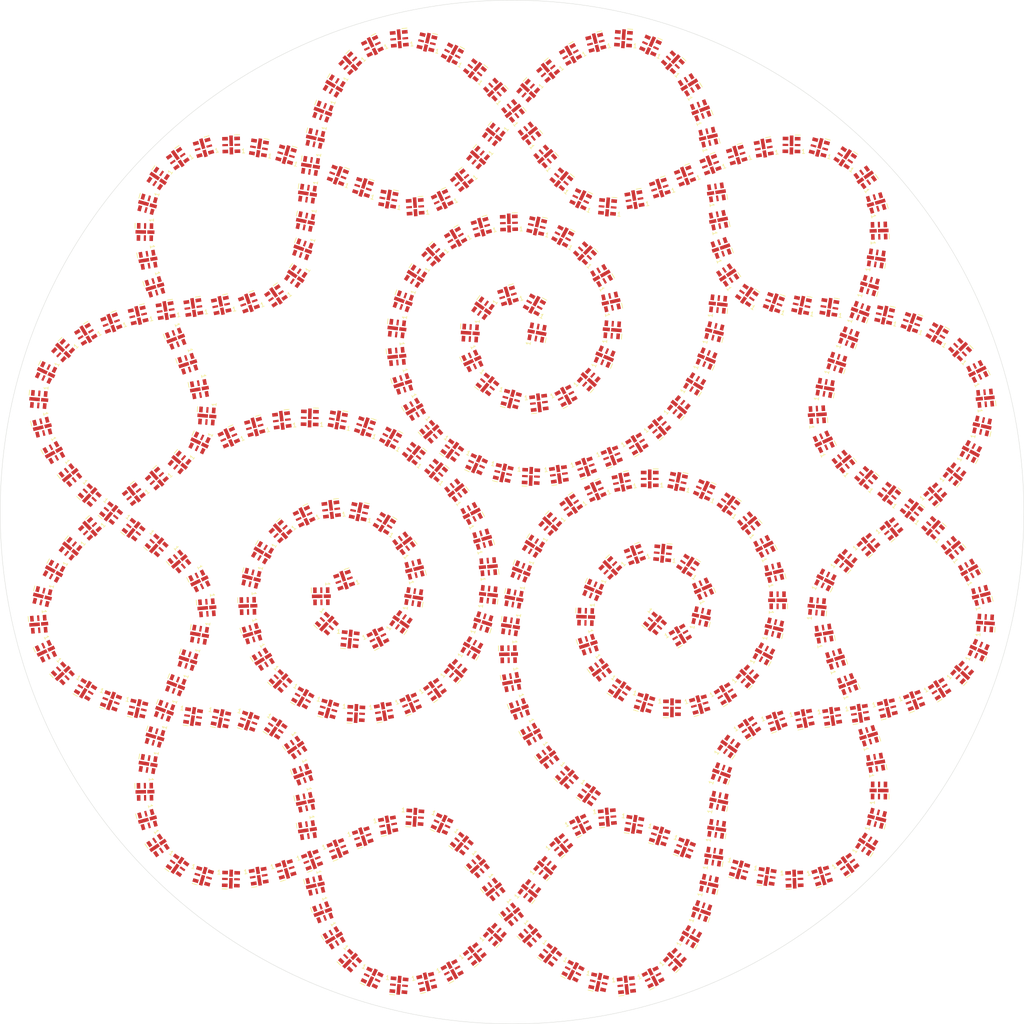
<source format=kicad_pcb>
(kicad_pcb (version 20211014) (generator pcbnew)
  (layers (0 "F.Cu" signal) (31 "B.Cu" signal) (34 "B.Paste" user) (35 "F.Paste" user) (36 "B.SilkS" user "B.Silkscreen") (37 "F.SilkS" user "F.Silkscreen") (38 "B.Mask" user) (39 "F.Mask" user) (44 "Edge.Cuts" user))
  (net 0 "")
  (footprint "LED-APA102-2020" (layer "F.Cu") (at 149.897519 146.741483 56.68370528)
    (fp_text reference "D127" hide)
    (fp_text value "LED-APA102-2020")
  )
  (footprint "LED-APA102-2020" (layer "F.Cu") (at 151.160966 135.272505 100.1377144)
    (fp_text reference "D130" hide)
    (fp_text value "LED-APA102-2020")
  )
  (footprint "LED-APA102-2020" (layer "F.Cu") (at 150.16683 131.475084 107.0963137)
    (fp_text reference "D131" hide)
    (fp_text value "LED-APA102-2020")
  )
  (footprint "LED-APA102-2020" (layer "F.Cu") (at 143.892029 117.096904 99.54579773)
    (fp_text reference "D135" hide)
    (fp_text value "LED-APA102-2020")
  )
  (footprint "LED-APA102-2020" (layer "F.Cu") (at 142.909089 113.297765 84.39009369)
    (fp_text reference "D136" hide)
    (fp_text value "LED-APA102-2020")
  )
  (footprint "LED-APA102-2020" (layer "F.Cu") (at 86.374678 57.065745 -175.9876091)
    (fp_text reference "D177" hide)
    (fp_text value "LED-APA102-2020")
  )
  (footprint "LED-APA102-2020" (layer "F.Cu") (at 82.602946 55.98601 169.562346)
    (fp_text reference "D178" hide)
    (fp_text value "LED-APA102-2020")
  )
  (footprint "LED-APA102-2020" (layer "F.Cu") (at 79.037063 54.345671 161.9144349)
    (fp_text reference "D179" hide)
    (fp_text value "LED-APA102-2020")
  )
  (footprint "LED-APA102-2020" (layer "F.Cu") (at 113.408307 142.915856 5.064800994)
    (fp_text reference "D237" hide)
    (fp_text value "LED-APA102-2020")
  )
  (footprint "LED-APA102-2020" (layer "F.Cu") (at 117.197483 143.932452 -9.849331847)
    (fp_text reference "D238" hide)
    (fp_text value "LED-APA102-2020")
  )
  (footprint "LED-APA102-2020" (layer "F.Cu") (at 120.768117 145.559884 -17.79631917)
    (fp_text reference "D239" hide)
    (fp_text value "LED-APA102-2020")
  )
  (footprint "LED-APA102-2020" (layer "F.Cu") (at 144.078793 109.552722 63.3405267)
    (fp_text reference "D137" hide)
    (fp_text value "LED-APA102-2020")
  )
  (footprint "LED-APA102-2020" (layer "F.Cu") (at 146.929774 106.853424 49.18163086)
    (fp_text reference "D138" hide)
    (fp_text value "LED-APA102-2020")
  )
  (footprint "LED-APA102-2020" (layer "F.Cu") (at 150.136095 104.593623 41.73331025)
    (fp_text reference "D139" hide)
    (fp_text value "LED-APA102-2020")
  )
  (footprint "LED-APA102-2020" (layer "F.Cu") (at 153.376855 102.379954 38.81792127)
    (fp_text reference "D140" hide)
    (fp_text value "LED-APA102-2020")
  )
  (footprint "LED-APA102-2020" (layer "F.Cu") (at 159.528495 97.508139 43.55682319)
    (fp_text reference "D142" hide)
    (fp_text value "LED-APA102-2020")
  )
  (footprint "LED-APA102-2020" (layer "F.Cu") (at 162.247984 94.679333 50.92111756)
    (fp_text reference "D143" hide)
    (fp_text value "LED-APA102-2020")
  )
  (footprint "LED-APA102-2020" (layer "F.Cu") (at 164.538348 91.487894 61.91141206)
    (fp_text reference "D144" hide)
    (fp_text value "LED-APA102-2020")
  )
  (footprint "LED-APA102-2020" (layer "F.Cu") (at 166.120998 87.893749 76.90141913)
    (fp_text reference "D145" hide)
    (fp_text value "LED-APA102-2020")
  )
  (footprint "LED-APA102-2020" (layer "F.Cu") (at 166.559043 83.994783 95.7430634)
    (fp_text reference "D146" hide)
    (fp_text value "LED-APA102-2020")
  )
  (footprint "LED-APA102-2020" (layer "F.Cu") (at 66.761029 130.382216 -34.15952749)
    (fp_text reference "D216" hide)
    (fp_text value "LED-APA102-2020")
  )
  (footprint "LED-APA102-2020" (layer "F.Cu") (at 69.564919 133.125739 -55.23771436)
    (fp_text reference "D217" hide)
    (fp_text value "LED-APA102-2020")
  )
  (footprint "LED-APA102-2020" (layer "F.Cu") (at 70.560812 136.922088 -70.02337541)
    (fp_text reference "D218" hide)
    (fp_text value "LED-APA102-2020")
  )
  (footprint "LED-APA102-2020" (layer "F.Cu") (at 70.932657 140.829241 -77.88291828)
    (fp_text reference "D219" hide)
    (fp_text value "LED-APA102-2020")
  )
  (footprint "LED-APA102-2020" (layer "F.Cu") (at 71.225424 144.746244 -81.09720143)
    (fp_text reference "D220" hide)
    (fp_text value "LED-APA102-2020")
  )
  (footprint "LED-APA102-2020" (layer "F.Cu") (at 72.329881 152.515479 -76.85387381)
    (fp_text reference "D222" hide)
    (fp_text value "LED-APA102-2020")
  )
  (footprint "LED-APA102-2020" (layer "F.Cu") (at 73.38791 156.297038 -69.73731955)
    (fp_text reference "D223" hide)
    (fp_text value "LED-APA102-2020")
  )
  (footprint "LED-APA102-2020" (layer "F.Cu") (at 100 156.6 -50.42028597)
    (fp_text reference "D1" hide)
    (fp_text value "LED-APA102-2020")
  )
  (footprint "LED-APA102-2020" (layer "F.Cu") (at 127.621194 47.266444 103.4602138)
    (fp_text reference "D162" hide)
    (fp_text value "LED-APA102-2020")
  )
  (footprint "LED-APA102-2020" (layer "F.Cu") (at 126.538033 43.49249 110.7709738)
    (fp_text reference "D163" hide)
    (fp_text value "LED-APA102-2020")
  )
  (footprint "LED-APA102-2020" (layer "F.Cu") (at 102.547496 159.588234 -46.32459532)
    (fp_text reference "D2" hide)
    (fp_text value "LED-APA102-2020")
  )
  (footprint "LED-APA102-2020" (layer "F.Cu") (at 105.386189 162.303289 -38.8791741)
    (fp_text reference "D3" hide)
    (fp_text value "LED-APA102-2020")
  )
  (footprint "LED-APA102-2020" (layer "F.Cu") (at 108.581084 164.578747 -27.82498451)
    (fp_text reference "D4" hide)
    (fp_text value "LED-APA102-2020")
  )
  (footprint "LED-APA102-2020" (layer "F.Cu") (at 112.181805 166.1426 -12.75774755)
    (fp_text reference "D5" hide)
    (fp_text value "LED-APA102-2020")
  )
  (footprint "LED-APA102-2020" (layer "F.Cu") (at 116.083007 166.552873 6.144221755)
    (fp_text reference "D6" hide)
    (fp_text value "LED-APA102-2020")
  )
  (footprint "LED-APA102-2020" (layer "F.Cu") (at 119.841777 165.428071 26.68370528)
    (fp_text reference "D7" hide)
    (fp_text value "LED-APA102-2020")
  )
  (footprint "LED-APA102-2020" (layer "F.Cu") (at 122.89901 162.96751 45.12373429)
    (fp_text reference "D8" hide)
    (fp_text value "LED-APA102-2020")
  )
  (footprint "LED-APA102-2020" (layer "F.Cu") (at 125.123872 159.736684 59.60323572)
    (fp_text reference "D9" hide)
    (fp_text value "LED-APA102-2020")
  )
  (footprint "LED-APA102-2020" (layer "F.Cu") (at 126.670444 156.127369 70.1377144)
    (fp_text reference "D10" hide)
    (fp_text value "LED-APA102-2020")
  )
  (footprint "LED-APA102-2020" (layer "F.Cu") (at 127.708207 152.341637 77.09631367)
    (fp_text reference "D11" hide)
    (fp_text value "LED-APA102-2020")
  )
  (footprint "LED-APA102-2020" (layer "F.Cu") (at 128.375339 148.47405 80.73116933)
    (fp_text reference "D12" hide)
    (fp_text value "LED-APA102-2020")
  )
  (footprint "LED-APA102-2020" (layer "F.Cu") (at 128.789333 144.571437 81.03636294)
    (fp_text reference "D13" hide)
    (fp_text value "LED-APA102-2020")
  )
  (footprint "LED-APA102-2020" (layer "F.Cu") (at 129.079716 140.659334 77.64880535)
    (fp_text reference "D14" hide)
    (fp_text value "LED-APA102-2020")
  )
  (footprint "LED-APA102-2020" (layer "F.Cu") (at 129.46316 136.752368 69.54579773)
    (fp_text reference "D15" hide)
    (fp_text value "LED-APA102-2020")
  )
  (footprint "LED-APA102-2020" (layer "F.Cu") (at 130.511478 132.970747 54.39009369)
    (fp_text reference "D16" hide)
    (fp_text value "LED-APA102-2020")
  )
  (footprint "LED-APA102-2020" (layer "F.Cu") (at 133.396993 130.312297 33.3405267)
    (fp_text reference "D17" hide)
    (fp_text value "LED-APA102-2020")
  )
  (footprint "LED-APA102-2020" (layer "F.Cu") (at 137.215664 129.400126 19.18163086)
    (fp_text reference "D18" hide)
    (fp_text value "LED-APA102-2020")
  )
  (footprint "LED-APA102-2020" (layer "F.Cu") (at 141.12232 129.046242 11.73331025)
    (fp_text reference "D19" hide)
    (fp_text value "LED-APA102-2020")
  )
  (footprint "LED-APA102-2020" (layer "F.Cu") (at 145.035735 128.749528 8.817921274)
    (fp_text reference "D20" hide)
    (fp_text value "LED-APA102-2020")
  )
  (footprint "LED-APA102-2020" (layer "F.Cu") (at 148.936354 128.311526 9.5294331)
    (fp_text reference "D21" hide)
    (fp_text value "LED-APA102-2020")
  )
  (footprint "LED-APA102-2020" (layer "F.Cu") (at 152.799119 127.606232 13.55682319)
    (fp_text reference "D22" hide)
    (fp_text value "LED-APA102-2020")
  )
  (footprint "LED-APA102-2020" (layer "F.Cu") (at 156.568669 126.51616 20.92111756)
    (fp_text reference "D23" hide)
    (fp_text value "LED-APA102-2020")
  )
  (footprint "LED-APA102-2020" (layer "F.Cu") (at 160.147902 124.897474 31.91141206)
    (fp_text reference "D24" hide)
    (fp_text value "LED-APA102-2020")
  )
  (footprint "LED-APA102-2020" (layer "F.Cu") (at 163.315589 122.576179 46.90141913)
    (fp_text reference "D25" hide)
    (fp_text value "LED-APA102-2020")
  )
  (footprint "LED-APA102-2020" (layer "F.Cu") (at 165.64443 119.418597 65.7430634)
    (fp_text reference "D26" hide)
    (fp_text value "LED-APA102-2020")
  )
  (footprint "LED-APA102-2020" (layer "F.Cu") (at 166.580832 115.609037 86.28493646)
    (fp_text reference "D27" hide)
    (fp_text value "LED-APA102-2020")
  )
  (footprint "LED-APA102-2020" (layer "F.Cu") (at 166.00554 111.728259 104.7886263)
    (fp_text reference "D28" hide)
    (fp_text value "LED-APA102-2020")
  )
  (footprint "LED-APA102-2020" (layer "F.Cu") (at 164.334455 108.173537 119.367593)
    (fp_text reference "D29" hide)
    (fp_text value "LED-APA102-2020")
  )
  (footprint "LED-APA102-2020" (layer "F.Cu") (at 161.990493 105.02085 129.9773009)
    (fp_text reference "D30" hide)
    (fp_text value "LED-APA102-2020")
  )
  (footprint "LED-APA102-2020" (layer "F.Cu") (at 159.238456 102.224977 136.9955591)
    (fp_text reference "D31" hide)
    (fp_text value "LED-APA102-2020")
  )
  (footprint "LED-APA102-2020" (layer "F.Cu") (at 156.226083 99.708542 140.6929017)
    (fp_text reference "D32" hide)
    (fp_text value "LED-APA102-2020")
  )
  (footprint "LED-APA102-2020" (layer "F.Cu") (at 153.052602 97.393692 141.0617054)
    (fp_text reference "D33" hide)
    (fp_text value "LED-APA102-2020")
  )
  (footprint "LED-APA102-2020" (layer "F.Cu") (at 149.809503 95.185025 137.7455753)
    (fp_text reference "D34" hide)
    (fp_text value "LED-APA102-2020")
  )
  (footprint "LED-APA102-2020" (layer "F.Cu") (at 146.617279 92.905268 129.7500806)
    (fp_text reference "D35" hide)
    (fp_text value "LED-APA102-2020")
  )
  (footprint "LED-APA102-2020" (layer "F.Cu") (at 143.849313 90.122553 114.7496249)
    (fp_text reference "D36" hide)
    (fp_text value "LED-APA102-2020")
  )
  (footprint "LED-APA102-2020" (layer "F.Cu") (at 142.941632 86.304247 93.67593582)
    (fp_text reference "D37" hide)
    (fp_text value "LED-APA102-2020")
  )
  (footprint "LED-APA102-2020" (layer "F.Cu") (at 144.040407 82.539157 79.3781844)
    (fp_text reference "D38" hide)
    (fp_text value "LED-APA102-2020")
  )
  (footprint "LED-APA102-2020" (layer "F.Cu") (at 145.685092 78.973678 71.82326087)
    (fp_text reference "D39" hide)
    (fp_text value "LED-APA102-2020")
  )
  (footprint "LED-APA102-2020" (layer "F.Cu") (at 147.385659 75.437082 68.83685806)
    (fp_text reference "D40" hide)
    (fp_text value "LED-APA102-2020")
  )
  (footprint "LED-APA102-2020" (layer "F.Cu") (at 148.961605 71.837867 69.48910511)
    (fp_text reference "D41" hide)
    (fp_text value "LED-APA102-2020")
  )
  (footprint "LED-APA102-2020" (layer "F.Cu") (at 150.287433 68.141998 73.46021377)
    (fp_text reference "D42" hide)
    (fp_text value "LED-APA102-2020")
  )
  (footprint "LED-APA102-2020" (layer "F.Cu") (at 151.236365 64.332077 80.77097382)
    (fp_text reference "D43" hide)
    (fp_text value "LED-APA102-2020")
  )
  (footprint "LED-APA102-2020" (layer "F.Cu") (at 151.635123 60.426205 91.69148072)
    (fp_text reference "D44" hide)
    (fp_text value "LED-APA102-2020")
  )
  (footprint "LED-APA102-2020" (layer "F.Cu") (at 151.225215 56.520186 106.612439)
    (fp_text reference "D45" hide)
    (fp_text value "LED-APA102-2020")
  )
  (footprint "LED-APA102-2020" (layer "F.Cu") (at 149.6769 52.915199 125.3981641)
    (fp_text reference "D46" hide)
    (fp_text value "LED-APA102-2020")
  )
  (footprint "LED-APA102-2020" (layer "F.Cu") (at 146.865358 50.179785 145.9414631)
    (fp_text reference "D47" hide)
    (fp_text value "LED-APA102-2020")
  )
  (footprint "LED-APA102-2020" (layer "F.Cu") (at 143.225658 48.71604 164.5030123)
    (fp_text reference "D48" hide)
    (fp_text value "LED-APA102-2020")
  )
  (footprint "LED-APA102-2020" (layer "F.Cu") (at 139.313248 48.369686 179.1518321)
    (fp_text reference "D49" hide)
    (fp_text value "LED-APA102-2020")
  )
  (footprint "LED-APA102-2020" (layer "F.Cu") (at 135.414327 48.811324 -170.1841703)
    (fp_text reference "D50" hide)
    (fp_text value "LED-APA102-2020")
  )
  (footprint "LED-APA102-2020" (layer "F.Cu") (at 131.610292 49.790104 -163.0964466)
    (fp_text reference "D51" hide)
    (fp_text value "LED-APA102-2020")
  )
  (footprint "LED-APA102-2020" (layer "F.Cu") (at 127.9226 51.135684 -159.3426898)
    (fp_text reference "D52" hide)
    (fp_text value "LED-APA102-2020")
  )
  (footprint "LED-APA102-2020" (layer "F.Cu") (at 124.333118 52.721901 -158.9140962)
    (fp_text reference "D53" hide)
    (fp_text value "LED-APA102-2020")
  )
  (footprint "LED-APA102-2020" (layer "F.Cu") (at 120.797713 54.42578 -162.1588591)
    (fp_text reference "D54" hide)
    (fp_text value "LED-APA102-2020")
  )
  (footprint "LED-APA102-2020" (layer "F.Cu") (at 117.227444 56.055417 -170.0611622)
    (fp_text reference "D55" hide)
    (fp_text value "LED-APA102-2020")
  )
  (footprint "LED-APA102-2020" (layer "F.Cu") (at 113.439851 57.081884 175.0896359)
    (fp_text reference "D56" hide)
    (fp_text value "LED-APA102-2020")
  )
  (footprint "LED-APA102-2020" (layer "F.Cu") (at 165.465211 80.227406 116.2849365)
    (fp_text reference "D147" hide)
    (fp_text value "LED-APA102-2020")
  )
  (footprint "LED-APA102-2020" (layer "F.Cu") (at 163.026605 77.1542 134.7886263)
    (fp_text reference "D148" hide)
    (fp_text value "LED-APA102-2020")
  )
  (footprint "LED-APA102-2020" (layer "F.Cu") (at 159.802041 74.911262 149.367593)
    (fp_text reference "D149" hide)
    (fp_text value "LED-APA102-2020")
  )
  (footprint "LED-APA102-2020" (layer "F.Cu") (at 156.195767 73.352937 159.9773009)
    (fp_text reference "D150" hide)
    (fp_text value "LED-APA102-2020")
  )
  (footprint "LED-APA102-2020" (layer "F.Cu") (at 152.414496 72.307658 166.9955591)
    (fp_text reference "D151" hide)
    (fp_text value "LED-APA102-2020")
  )
  (footprint "LED-APA102-2020" (layer "F.Cu") (at 144.641747 71.21657 171.0617054)
    (fp_text reference "D153" hide)
    (fp_text value "LED-APA102-2020")
  )
  (footprint "LED-APA102-2020" (layer "F.Cu") (at 140.728808 70.925357 167.7455753)
    (fp_text reference "D154" hide)
    (fp_text value "LED-APA102-2020")
  )
  (footprint "LED-APA102-2020" (layer "F.Cu") (at 136.824382 70.547142 159.7500806)
    (fp_text reference "D155" hide)
    (fp_text value "LED-APA102-2020")
  )
  (footprint "LED-APA102-2020" (layer "F.Cu") (at 133.035895 69.521223 144.7496249)
    (fp_text reference "D156" hide)
    (fp_text value "LED-APA102-2020")
  )
  (footprint "LED-APA102-2020" (layer "F.Cu") (at 130.340668 66.668314 123.6759358)
    (fp_text reference "D157" hide)
    (fp_text value "LED-APA102-2020")
  )
  (footprint "LED-APA102-2020" (layer "F.Cu") (at 129.40969 62.858263 109.3781844)
    (fp_text reference "D158" hide)
    (fp_text value "LED-APA102-2020")
  )
  (footprint "LED-APA102-2020" (layer "F.Cu") (at 129.05129 58.948125 101.8232609)
    (fp_text reference "D159" hide)
    (fp_text value "LED-APA102-2020")
  )
  (footprint "LED-APA102-2020" (layer "F.Cu") (at 128.755726 55.035059 98.83685806)
    (fp_text reference "D160" hide)
    (fp_text value "LED-APA102-2020")
  )
  (footprint "LED-APA102-2020" (layer "F.Cu") (at 124.930431 39.910527 121.6914807)
    (fp_text reference "D164" hide)
    (fp_text value "LED-APA102-2020")
  )
  (footprint "LED-APA102-2020" (layer "F.Cu") (at 122.622431 36.732768 136.612439)
    (fp_text reference "D165" hide)
    (fp_text value "LED-APA102-2020")
  )
  (footprint "LED-APA102-2020" (layer "F.Cu") (at 119.479056 34.384916 155.3981641)
    (fp_text reference "D166" hide)
    (fp_text value "LED-APA102-2020")
  )
  (footprint "LED-APA102-2020" (layer "F.Cu") (at 115.676483 33.421749 175.9414631)
    (fp_text reference "D167" hide)
    (fp_text value "LED-APA102-2020")
  )
  (footprint "LED-APA102-2020" (layer "F.Cu") (at 111.792538 33.973959 -165.4969877)
    (fp_text reference "D168" hide)
    (fp_text value "LED-APA102-2020")
  )
  (footprint "LED-APA102-2020" (layer "F.Cu") (at 108.231115 35.630212 -150.8481679)
    (fp_text reference "D169" hide)
    (fp_text value "LED-APA102-2020")
  )
  (footprint "LED-APA102-2020" (layer "F.Cu") (at 105.075369 37.962143 -140.1841703)
    (fp_text reference "D170" hide)
    (fp_text value "LED-APA102-2020")
  )
  (footprint "LED-APA102-2020" (layer "F.Cu") (at 102.270368 40.711808 -133.0964466)
    (fp_text reference "D171" hide)
    (fp_text value "LED-APA102-2020")
  )
  (footprint "LED-APA102-2020" (layer "F.Cu") (at 97.434049 46.889406 -128.9140962)
    (fp_text reference "D173" hide)
    (fp_text value "LED-APA102-2020")
  )
  (footprint "LED-APA102-2020" (layer "F.Cu") (at 95.224238 50.132711 -132.1588591)
    (fp_text reference "D174" hide)
    (fp_text value "LED-APA102-2020")
  )
  (footprint "LED-APA102-2020" (layer "F.Cu") (at 92.947113 53.329152 -140.0611622)
    (fp_text reference "D175" hide)
    (fp_text value "LED-APA102-2020")
  )
  (footprint "LED-APA102-2020" (layer "F.Cu") (at 90.180194 56.111896 -154.9103641)
    (fp_text reference "D176" hide)
    (fp_text value "LED-APA102-2020")
  )
  (footprint "LED-APA102-2020" (layer "F.Cu") (at 54.39525 79.139287 -72.06450199)
    (fp_text reference "D194" hide)
    (fp_text value "LED-APA102-2020")
  )
  (footprint "LED-APA102-2020" (layer "F.Cu") (at 56.029687 82.709324 -79.87364246)
    (fp_text reference "D195" hide)
    (fp_text value "LED-APA102-2020")
  )
  (footprint "LED-APA102-2020" (layer "F.Cu") (at 57.076395 86.490532 -94.57128437)
    (fp_text reference "D196" hide)
    (fp_text value "LED-APA102-2020")
  )
  (footprint "LED-APA102-2020" (layer "F.Cu") (at 56.046021 90.275354 -115.6501393)
    (fp_text reference "D197" hide)
    (fp_text value "LED-APA102-2020")
  )
  (footprint "LED-APA102-2020" (layer "F.Cu") (at 53.238687 93.017315 -130.2522289)
    (fp_text reference "D198" hide)
    (fp_text value "LED-APA102-2020")
  )
  (footprint "LED-APA102-2020" (layer "F.Cu") (at 50.038909 95.287843 -137.9931718)
    (fp_text reference "D199" hide)
    (fp_text value "LED-APA102-2020")
  )
  (footprint "LED-APA102-2020" (layer "F.Cu") (at 46.79764 97.49802 -141.1218154)
    (fp_text reference "D200" hide)
    (fp_text value "LED-APA102-2020")
  )
  (footprint "LED-APA102-2020" (layer "F.Cu") (at 40.003288 124.982206 -31.34557908)
    (fp_text reference "D209" hide)
    (fp_text value "LED-APA102-2020")
  )
  (footprint "LED-APA102-2020" (layer "F.Cu") (at 43.593191 126.573698 -20.52616089)
    (fp_text reference "D210" hide)
    (fp_text value "LED-APA102-2020")
  )
  (footprint "LED-APA102-2020" (layer "F.Cu") (at 113.82307 107.850047 -135.4588294)
    (fp_text reference "D248" hide)
    (fp_text value "LED-APA102-2020")
  )
  (footprint "LED-APA102-2020" (layer "F.Cu") (at 111.411739 110.956654 -113.0596294)
    (fp_text reference "D249" hide)
    (fp_text value "LED-APA102-2020")
  )
  (footprint "LED-APA102-2020" (layer "F.Cu") (at 110.357961 114.743008 -91.98234939)
    (fp_text reference "D250" hide)
    (fp_text value "LED-APA102-2020")
  )
  (footprint "LED-APA102-2020" (layer "F.Cu") (at 110.729306 118.655928 -72.00666939)
    (fp_text reference "D251" hide)
    (fp_text value "LED-APA102-2020")
  )
  (footprint "LED-APA102-2020" (layer "F.Cu") (at 112.408582 122.207722 -52.98570939)
    (fp_text reference "D252" hide)
    (fp_text value "LED-APA102-2020")
  )
  (footprint "LED-APA102-2020" (layer "F.Cu") (at 115.152751 125.023898 -34.77258939)
    (fp_text reference "D253" hide)
    (fp_text value "LED-APA102-2020")
  )
  (footprint "LED-APA102-2020" (layer "F.Cu") (at 118.63572 126.844682 -17.29386939)
    (fp_text reference "D254" hide)
    (fp_text value "LED-APA102-2020")
  )
  (footprint "LED-APA102-2020" (layer "F.Cu") (at 122.500275 127.539081 -0.476109386)
    (fp_text reference "D255" hide)
    (fp_text value "LED-APA102-2020")
  )
  (footprint "LED-APA102-2020" (layer "F.Cu") (at 126.398496 127.089758 15.75413061)
    (fp_text reference "D256" hide)
    (fp_text value "LED-APA102-2020")
  )
  (footprint "LED-APA102-2020" (layer "F.Cu") (at 130.018587 125.570734 31.47029061)
    (fp_text reference "D257" hide)
    (fp_text value "LED-APA102-2020")
  )
  (footprint "LED-APA102-2020" (layer "F.Cu") (at 133.099832 123.123704 46.74581061)
    (fp_text reference "D258" hide)
    (fp_text value "LED-APA102-2020")
  )
  (footprint "LED-APA102-2020" (layer "F.Cu") (at 135.429042 119.953974 61.58069061)
    (fp_text reference "D259" hide)
    (fp_text value "LED-APA102-2020")
  )
  (footprint "LED-APA102-2020" (layer "F.Cu") (at 75.50139 52.644375 158.8569464)
    (fp_text reference "D180" hide)
    (fp_text value "LED-APA102-2020")
  )
  (footprint "LED-APA102-2020" (layer "F.Cu") (at 151.314879 143.081958 75.12373429)
    (fp_text reference "D128" hide)
    (fp_text value "LED-APA102-2020")
  )
  (footprint "LED-APA102-2020" (layer "F.Cu") (at 151.626254 139.17155 89.60323572)
    (fp_text reference "D129" hide)
    (fp_text value "LED-APA102-2020")
  )
  (footprint "LED-APA102-2020" (layer "F.Cu") (at 147.218012 124.205329 111.0363629)
    (fp_text reference "D133" hide)
    (fp_text value "LED-APA102-2020")
  )
  (footprint "LED-APA102-2020" (layer "F.Cu") (at 145.51344 120.672158 107.6488053)
    (fp_text reference "D134" hide)
    (fp_text value "LED-APA102-2020")
  )
  (footprint "LED-APA102-2020" (layer "F.Cu") (at 68.213126 49.734649 163.3543567)
    (fp_text reference "D182" hide)
    (fp_text value "LED-APA102-2020")
  )
  (footprint "LED-APA102-2020" (layer "F.Cu") (at 64.402859 48.776704 170.6057378)
    (fp_text reference "D183" hide)
    (fp_text value "LED-APA102-2020")
  )
  (footprint "LED-APA102-2020" (layer "F.Cu") (at 60.499885 48.365884 -178.5487587)
    (fp_text reference "D184" hide)
    (fp_text value "LED-APA102-2020")
  )
  (footprint "LED-APA102-2020" (layer "F.Cu") (at 56.596905 48.756497 -163.7266712)
    (fp_text reference "D185" hide)
    (fp_text value "LED-APA102-2020")
  )
  (footprint "LED-APA102-2020" (layer "F.Cu") (at 52.980248 50.279745 -145.0023218)
    (fp_text reference "D186" hide)
    (fp_text value "LED-APA102-2020")
  )
  (footprint "LED-APA102-2020" (layer "F.Cu") (at 50.22202 53.068635 -124.4580981)
    (fp_text reference "D187" hide)
    (fp_text value "LED-APA102-2020")
  )
  (footprint "LED-APA102-2020" (layer "F.Cu") (at 48.732042 56.702818 -105.808601)
    (fp_text reference "D188" hide)
    (fp_text value "LED-APA102-2020")
  )
  (footprint "LED-APA102-2020" (layer "F.Cu") (at 48.367969 60.612789 -91.08580227)
    (fp_text reference "D189" hide)
    (fp_text value "LED-APA102-2020")
  )
  (footprint "LED-APA102-2020" (layer "F.Cu") (at 48.797756 64.514807 -80.34669651)
    (fp_text reference "D190" hide)
    (fp_text value "LED-APA102-2020")
  )
  (footprint "LED-APA102-2020" (layer "F.Cu") (at 49.767675 68.318632 -73.19941797)
    (fp_text reference "D191" hide)
    (fp_text value "LED-APA102-2020")
  )
  (footprint "LED-APA102-2020" (layer "F.Cu") (at 52.691858 75.602833 -68.89104361)
    (fp_text reference "D193" hide)
    (fp_text value "LED-APA102-2020")
  )
  (footprint "LED-APA102-2020" (layer "F.Cu") (at 35.574868 108.322203 -118.80903)
    (fp_text reference "D204" hide)
    (fp_text value "LED-APA102-2020")
  )
  (footprint "LED-APA102-2020" (layer "F.Cu") (at 33.943296 111.890833 -104.0648343)
    (fp_text reference "D205" hide)
    (fp_text value "LED-APA102-2020")
  )
  (footprint "LED-APA102-2020" (layer "F.Cu") (at 33.426715 115.782044 -85.40242431)
    (fp_text reference "D206" hide)
    (fp_text value "LED-APA102-2020")
  )
  (footprint "LED-APA102-2020" (layer "F.Cu") (at 34.431802 119.573522 -64.85806324)
    (fp_text reference "D207" hide)
    (fp_text value "LED-APA102-2020")
  )
  (footprint "LED-APA102-2020" (layer "F.Cu") (at 36.811665 122.69689 -46.14640607)
    (fp_text reference "D208" hide)
    (fp_text value "LED-APA102-2020")
  )
  (footprint "LED-APA102-2020" (layer "F.Cu") (at 136.868549 116.305177 75.97493061)
    (fp_text reference "D260" hide)
    (fp_text value "LED-APA102-2020")
  )
  (footprint "LED-APA102-2020" (layer "F.Cu") (at 137.35794 112.413171 90.00197061)
    (fp_text reference "D261" hide)
    (fp_text value "LED-APA102-2020")
  )
  (footprint "LED-APA102-2020" (layer "F.Cu") (at 136.888104 108.505013 103.7352506)
    (fp_text reference "D262" hide)
    (fp_text value "LED-APA102-2020")
  )
  (footprint "LED-APA102-2020" (layer "F.Cu") (at 135.512172 104.832071 117.1013306)
    (fp_text reference "D263" hide)
    (fp_text value "LED-APA102-2020")
  )
  (footprint "LED-APA102-2020" (layer "F.Cu") (at 133.325381 101.575191 130.1736506)
    (fp_text reference "D264" hide)
    (fp_text value "LED-APA102-2020")
  )
  (footprint "LED-APA102-2020" (layer "F.Cu") (at 130.445483 98.885583 143.0256506)
    (fp_text reference "D265" hide)
    (fp_text value "LED-APA102-2020")
  )
  (footprint "LED-APA102-2020" (layer "F.Cu") (at 127.049229 96.906576 155.5838906)
    (fp_text reference "D266" hide)
    (fp_text value "LED-APA102-2020")
  )
  (footprint "LED-APA102-2020" (layer "F.Cu") (at 123.296201 95.710348 167.9218106)
    (fp_text reference "D267" hide)
    (fp_text value "LED-APA102-2020")
  )
  (footprint "LED-APA102-2020" (layer "F.Cu") (at 119.370147 95.342376 -179.9605894)
    (fp_text reference "D268" hide)
    (fp_text value "LED-APA102-2020")
  )
  (footprint "LED-APA102-2020" (layer "F.Cu") (at 115.453984 95.805507 -168.0633094)
    (fp_text reference "D269" hide)
    (fp_text value "LED-APA102-2020")
  )
  (footprint "LED-APA102-2020" (layer "F.Cu") (at 111.720458 97.06331 -156.3863494)
    (fp_text reference "D270" hide)
    (fp_text value "LED-APA102-2020")
  )
  (footprint "LED-APA102-2020" (layer "F.Cu") (at 108.324377 99.045224 -144.9297094)
    (fp_text reference "D271" hide)
    (fp_text value "LED-APA102-2020")
  )
  (footprint "LED-APA102-2020" (layer "F.Cu") (at 105.379147 101.671997 -133.6199494)
    (fp_text reference "D272" hide)
    (fp_text value "LED-APA102-2020")
  )
  (footprint "LED-APA102-2020" (layer "F.Cu") (at 103.012908 104.812447 -122.5305094)
    (fp_text reference "D273" hide)
    (fp_text value "LED-APA102-2020")
  )
  (footprint "LED-APA102-2020" (layer "F.Cu") (at 101.291004 108.357023 -111.5879494)
    (fp_text reference "D274" hide)
    (fp_text value "LED-APA102-2020")
  )
  (footprint "LED-APA102-2020" (layer "F.Cu") (at 100.271312 112.169864 -100.7922694)
    (fp_text reference "D275" hide)
    (fp_text value "LED-APA102-2020")
  )
  (footprint "LED-APA102-2020" (layer "F.Cu") (at 99.783072 116.073927 -98.88471631)
    (fp_text reference "D276" hide)
    (fp_text value "LED-APA102-2020")
  )
  (footprint "LED-APA102-2020" (layer "F.Cu") (at 99.512201 119.999983 -88.97031631)
    (fp_text reference "D277" hide)
    (fp_text value "LED-APA102-2020")
  )
  (footprint "LED-APA102-2020" (layer "F.Cu") (at 99.948999 123.920818 -79.42311631)
    (fp_text reference "D278" hide)
    (fp_text value "LED-APA102-2020")
  )
  (footprint "LED-APA102-2020" (layer "F.Cu") (at 101.049552 127.701435 -70.24311631)
    (fp_text reference "D279" hide)
    (fp_text value "LED-APA102-2020")
  )
  (footprint "LED-APA102-2020" (layer "F.Cu") (at 102.762315 131.256802 -61.35687631)
    (fp_text reference "D280" hide)
    (fp_text value "LED-APA102-2020")
  )
  (footprint "LED-APA102-2020" (layer "F.Cu") (at 105.016563 134.49108 -52.76439631)
    (fp_text reference "D281" hide)
    (fp_text value "LED-APA102-2020")
  )
  (footprint "LED-APA102-2020" (layer "F.Cu") (at 107.728684 137.329371 -44.46567631)
    (fp_text reference "D282" hide)
    (fp_text value "LED-APA102-2020")
  )
  (footprint "LED-APA102-2020" (layer "F.Cu") (at 110.837768 139.738375 -36.38727631)
    (fp_text reference "D283" hide)
    (fp_text value "LED-APA102-2020")
  )
  (footprint "LED-APA102-2020" (layer "F.Cu") (at 76.380647 109.580768 -160.8709894)
    (fp_text reference "D284" hide)
    (fp_text value "LED-APA102-2020")
  )
  (footprint "LED-APA102-2020" (layer "F.Cu") (at 73.180225 111.84798 -89.34042939)
    (fp_text reference "D285" hide)
    (fp_text value "LED-APA102-2020")
  )
  (footprint "LED-APA102-2020" (layer "F.Cu") (at 73.948174 115.696834 -42.99978939)
    (fp_text reference "D286" hide)
    (fp_text value "LED-APA102-2020")
  )
  (footprint "LED-APA102-2020" (layer "F.Cu") (at 77.21732 117.876282 -5.765709386)
    (fp_text reference "D287" hide)
    (fp_text value "LED-APA102-2020")
  )
  (footprint "LED-APA102-2020" (layer "F.Cu") (at 81.13494 117.680307 26.18069061)
    (fp_text reference "D288" hide)
    (fp_text value "LED-APA102-2020")
  )
  (footprint "LED-APA102-2020" (layer "F.Cu") (at 84.375005 115.45845 54.67541061)
    (fp_text reference "D289" hide)
    (fp_text value "LED-APA102-2020")
  )
  (footprint "LED-APA102-2020" (layer "F.Cu") (at 86.178814 111.970113 80.59973061)
    (fp_text reference "D290" hide)
    (fp_text value "LED-APA102-2020")
  )
  (footprint "LED-APA102-2020" (layer "F.Cu") (at 86.290124 108.046106 104.5411706)
    (fp_text reference "D291" hide)
    (fp_text value "LED-APA102-2020")
  )
  (footprint "LED-APA102-2020" (layer "F.Cu") (at 84.805388 104.404529 126.9403706)
    (fp_text reference "D292" hide)
    (fp_text value "LED-APA102-2020")
  )
  (footprint "LED-APA102-2020" (layer "F.Cu") (at 82.053199 101.598754 148.0176506)
    (fp_text reference "D293" hide)
    (fp_text value "LED-APA102-2020")
  )
  (footprint "LED-APA102-2020" (layer "F.Cu") (at 78.478838 99.963888 167.9933306)
    (fp_text reference "D294" hide)
    (fp_text value "LED-APA102-2020")
  )
  (footprint "LED-APA102-2020" (layer "F.Cu") (at 74.563256 99.642286 -172.9857094)
    (fp_text reference "D295" hide)
    (fp_text value "LED-APA102-2020")
  )
  (footprint "LED-APA102-2020" (layer "F.Cu") (at 70.752291 100.610718 -154.7725894)
    (fp_text reference "D296" hide)
    (fp_text value "LED-APA102-2020")
  )
  (footprint "LED-APA102-2020" (layer "F.Cu") (at 67.433962 102.716666 -137.2938694)
    (fp_text reference "D297" hide)
    (fp_text value "LED-APA102-2020")
  )
  (footprint "LED-APA102-2020" (layer "F.Cu") (at 64.900318 105.716269 -120.4761094)
    (fp_text reference "D298" hide)
    (fp_text value "LED-APA102-2020")
  )
  (footprint "LED-APA102-2020" (layer "F.Cu") (at 63.340332 109.316888 -104.2458694)
    (fp_text reference "D299" hide)
    (fp_text value "LED-APA102-2020")
  )
  (footprint "LED-APA102-2020" (layer "F.Cu") (at 62.8458 113.211492 -88.52970939)
    (fp_text reference "D300" hide)
    (fp_text value "LED-APA102-2020")
  )
  (footprint "LED-APA102-2020" (layer "F.Cu") (at 63.424368 117.103443 -73.25418939)
    (fp_text reference "D301" hide)
    (fp_text value "LED-APA102-2020")
  )
  (footprint "LED-APA102-2020" (layer "F.Cu") (at 65.004829 120.705463 -58.41930939)
    (fp_text reference "D302" hide)
    (fp_text value "LED-APA102-2020")
  )
  (footprint "LED-APA102-2020" (layer "F.Cu") (at 67.445027 123.776511 -44.02506939)
    (fp_text reference "D303" hide)
    (fp_text value "LED-APA102-2020")
  )
  (footprint "LED-APA102-2020" (layer "F.Cu") (at 70.570907 126.146339 -29.99802939)
    (fp_text reference "D304" hide)
    (fp_text value "LED-APA102-2020")
  )
  (footprint "LED-APA102-2020" (layer "F.Cu") (at 74.19039 127.693528 -16.26474939)
    (fp_text reference "D305" hide)
    (fp_text value "LED-APA102-2020")
  )
  (footprint "LED-APA102-2020" (layer "F.Cu") (at 78.059217 128.338407 -2.898669386)
    (fp_text reference "D306" hide)
    (fp_text value "LED-APA102-2020")
  )
  (footprint "LED-APA102-2020" (layer "F.Cu") (at 81.973153 128.073031 10.17365061)
    (fp_text reference "D307" hide)
    (fp_text value "LED-APA102-2020")
  )
  (footprint "LED-APA102-2020" (layer "F.Cu") (at 85.742371 126.92377 23.02565061)
    (fp_text reference "D308" hide)
    (fp_text value "LED-APA102-2020")
  )
  (footprint "LED-APA102-2020" (layer "F.Cu") (at 89.154368 124.972031 35.58389061)
    (fp_text reference "D309" hide)
    (fp_text value "LED-APA102-2020")
  )
  (footprint "LED-APA102-2020" (layer "F.Cu") (at 92.066846 122.319927 47.92181061)
    (fp_text reference "D310" hide)
    (fp_text value "LED-APA102-2020")
  )
  (footprint "LED-APA102-2020" (layer "F.Cu") (at 94.348546 119.103851 60.03941061)
    (fp_text reference "D311" hide)
    (fp_text value "LED-APA102-2020")
  )
  (footprint "LED-APA102-2020" (layer "F.Cu") (at 95.905544 115.480789 71.93669061)
    (fp_text reference "D312" hide)
    (fp_text value "LED-APA102-2020")
  )
  (footprint "LED-APA102-2020" (layer "F.Cu") (at 96.683018 111.618559 83.61365061)
    (fp_text reference "D313" hide)
    (fp_text value "LED-APA102-2020")
  )
  (footprint "LED-APA102-2020" (layer "F.Cu") (at 96.664671 107.686509 95.07029061)
    (fp_text reference "D314" hide)
    (fp_text value "LED-APA102-2020")
  )
  (footprint "LED-APA102-2020" (layer "F.Cu") (at 95.862433 103.822479 106.3800506)
    (fp_text reference "D315" hide)
    (fp_text value "LED-APA102-2020")
  )
  (footprint "LED-APA102-2020" (layer "F.Cu") (at 94.325844 100.203031 117.4694906)
    (fp_text reference "D316" hide)
    (fp_text value "LED-APA102-2020")
  )
  (footprint "LED-APA102-2020" (layer "F.Cu") (at 92.117102 96.93953 128.4120506)
    (fp_text reference "D317" hide)
    (fp_text value "LED-APA102-2020")
  )
  (footprint "LED-APA102-2020" (layer "F.Cu") (at 89.324931 94.150031 139.2077306)
    (fp_text reference "D318" hide)
    (fp_text value "LED-APA102-2020")
  )
  (footprint "LED-APA102-2020" (layer "F.Cu") (at 86.188034 91.775171 141.1152837)
    (fp_text reference "D319" hide)
    (fp_text value "LED-APA102-2020")
  )
  (footprint "LED-APA102-2020" (layer "F.Cu") (at 82.923405 89.577562 151.0296837)
    (fp_text reference "D320" hide)
    (fp_text value "LED-APA102-2020")
  )
  (footprint "LED-APA102-2020" (layer "F.Cu") (at 79.309464 87.995423 160.5768837)
    (fp_text reference "D321" hide)
    (fp_text value "LED-APA102-2020")
  )
  (footprint "LED-APA102-2020" (layer "F.Cu") (at 75.485076 87.058221 169.7568837)
    (fp_text reference "D322" hide)
    (fp_text value "LED-APA102-2020")
  )
  (footprint "LED-APA102-2020" (layer "F.Cu") (at 71.549657 86.763834 178.6431237)
    (fp_text reference "D323" hide)
    (fp_text value "LED-APA102-2020")
  )
  (footprint "LED-APA102-2020" (layer "F.Cu") (at 67.621566 87.098931 -172.7643963)
    (fp_text reference "D324" hide)
    (fp_text value "LED-APA102-2020")
  )
  (footprint "LED-APA102-2020" (layer "F.Cu") (at 63.807473 88.028551 -164.4656763)
    (fp_text reference "D325" hide)
    (fp_text value "LED-APA102-2020")
  )
  (footprint "LED-APA102-2020" (layer "F.Cu") (at 60.166672 89.516594 -156.3872763)
    (fp_text reference "D326" hide)
    (fp_text value "LED-APA102-2020")
  )
  (footprint "LED-APA102-2020" (layer "F.Cu") (at 103.512487 74.754656 79.12901061)
    (fp_text reference "D327" hide)
    (fp_text value "LED-APA102-2020")
  )
  (footprint "LED-APA102-2020" (layer "F.Cu") (at 103.149234 70.849403 150.6595706)
    (fp_text reference "D328" hide)
    (fp_text value "LED-APA102-2020")
  )
  (footprint "LED-APA102-2020" (layer "F.Cu") (at 99.432055 69.590039 -162.9997894)
    (fp_text reference "D329" hide)
    (fp_text value "LED-APA102-2020")
  )
  (footprint "LED-APA102-2020" (layer "F.Cu") (at 95.910025 71.331479 -125.7657094)
    (fp_text reference "D330" hide)
    (fp_text value "LED-APA102-2020")
  )
  (footprint "LED-APA102-2020" (layer "F.Cu") (at 94.120933 74.822225 -93.81930939)
    (fp_text reference "D331" hide)
    (fp_text value "LED-APA102-2020")
  )
  (footprint "LED-APA102-2020" (layer "F.Cu") (at 94.425086 78.739132 -65.32458939)
    (fp_text reference "D332" hide)
    (fp_text value "LED-APA102-2020")
  )
  (footprint "LED-APA102-2020" (layer "F.Cu") (at 96.54417 82.045445 -39.40026939)
    (fp_text reference "D333" hide)
    (fp_text value "LED-APA102-2020")
  )
  (footprint "LED-APA102-2020" (layer "F.Cu") (at 99.886805 84.103846 -15.45882939)
    (fp_text reference "D334" hide)
    (fp_text value "LED-APA102-2020")
  )
  (footprint "LED-APA102-2020" (layer "F.Cu") (at 103.782871 84.638815 6.940370614)
    (fp_text reference "D335" hide)
    (fp_text value "LED-APA102-2020")
  )
  (footprint "LED-APA102-2020" (layer "F.Cu") (at 107.588838 83.658237 28.01765061)
    (fp_text reference "D336" hide)
    (fp_text value "LED-APA102-2020")
  )
  (footprint "LED-APA102-2020" (layer "F.Cu") (at 110.791854 81.380183 47.99333061)
    (fp_text reference "D337" hide)
    (fp_text value "LED-APA102-2020")
  )
  (footprint "LED-APA102-2020" (layer "F.Cu") (at 113.02816 78.14999 67.01429061)
    (fp_text reference "D338" hide)
    (fp_text value "LED-APA102-2020")
  )
  (footprint "LED-APA102-2020" (layer "F.Cu") (at 114.094956 74.365382 85.22741061)
    (fp_text reference "D339" hide)
    (fp_text value "LED-APA102-2020")
  )
  (footprint "LED-APA102-2020" (layer "F.Cu") (at 113.930316 70.43865 102.7061306)
    (fp_text reference "D340" hide)
    (fp_text value "LED-APA102-2020")
  )
  (footprint "LED-APA102-2020" (layer "F.Cu") (at 112.599406 66.744649 119.5238906)
    (fp_text reference "D341" hide)
    (fp_text value "LED-APA102-2020")
  )
  (footprint "LED-APA102-2020" (layer "F.Cu") (at 110.261171 63.593352 135.7541306)
    (fp_text reference "D342" hide)
    (fp_text value "LED-APA102-2020")
  )
  (footprint "LED-APA102-2020" (layer "F.Cu") (at 107.135611 61.217773 151.4702906)
    (fp_text reference "D343" hide)
    (fp_text value "LED-APA102-2020")
  )
  (footprint "LED-APA102-2020" (layer "F.Cu") (at 103.475799 59.772852 166.7458106)
    (fp_text reference "D344" hide)
    (fp_text value "LED-APA102-2020")
  )
  (footprint "LED-APA102-2020" (layer "F.Cu") (at 99.566127 59.340561 -178.4193094)
    (fp_text reference "D345" hide)
    (fp_text value "LED-APA102-2020")
  )
  (footprint "LED-APA102-2020" (layer "F.Cu") (at 95.686423 59.91831 -164.0250694)
    (fp_text reference "D346" hide)
    (fp_text value "LED-APA102-2020")
  )
  (footprint "LED-APA102-2020" (layer "F.Cu") (at 92.071151 61.440488 -149.9980294)
    (fp_text reference "D347" hide)
    (fp_text value "LED-APA102-2020")
  )
  (footprint "LED-APA102-2020" (layer "F.Cu") (at 88.921505 63.801457 -136.2647494)
    (fp_text reference "D348" hide)
    (fp_text value "LED-APA102-2020")
  )
  (footprint "LED-APA102-2020" (layer "F.Cu") (at 86.42861 66.829521 -122.8986694)
    (fp_text reference "D349" hide)
    (fp_text value "LED-APA102-2020")
  )
  (footprint "LED-APA102-2020" (layer "F.Cu") (at 84.701465 70.351777 -109.8263494)
    (fp_text reference "D350" hide)
    (fp_text value "LED-APA102-2020")
  )
  (footprint "LED-APA102-2020" (layer "F.Cu") (at 83.812144 74.190646 -96.97434939)
    (fp_text reference "D351" hide)
    (fp_text value "LED-APA102-2020")
  )
  (footprint "LED-APA102-2020" (layer "F.Cu") (at 83.796401 78.121391 -84.41610939)
    (fp_text reference "D352" hide)
    (fp_text value "LED-APA102-2020")
  )
  (footprint "LED-APA102-2020" (layer "F.Cu") (at 84.636952 81.969723 -72.07818939)
    (fp_text reference "D353" hide)
    (fp_text value "LED-APA102-2020")
  )
  (footprint "LED-APA102-2020" (layer "F.Cu") (at 86.281306 85.553771 -59.96058939)
    (fp_text reference "D354" hide)
    (fp_text value "LED-APA102-2020")
  )
  (footprint "LED-APA102-2020" (layer "F.Cu") (at 88.64047 88.713702 -48.06330939)
    (fp_text reference "D355" hide)
    (fp_text value "LED-APA102-2020")
  )
  (footprint "LED-APA102-2020" (layer "F.Cu") (at 91.596523 91.318129 -36.38634939)
    (fp_text reference "D356" hide)
    (fp_text value "LED-APA102-2020")
  )
  (footprint "LED-APA102-2020" (layer "F.Cu") (at 95.010951 93.268265 -24.92970939)
    (fp_text reference "D357" hide)
    (fp_text value "LED-APA102-2020")
  )
  (footprint "LED-APA102-2020" (layer "F.Cu") (at 98.758419 94.505522 -13.61994939)
    (fp_text reference "D358" hide)
    (fp_text value "LED-APA102-2020")
  )
  (footprint "LED-APA102-2020" (layer "F.Cu") (at 102.661247 94.984521 -2.530509386)
    (fp_text reference "D359" hide)
    (fp_text value "LED-APA102-2020")
  )
  (footprint "LED-APA102-2020" (layer "F.Cu") (at 106.591892 94.703445 8.412050614)
    (fp_text reference "D360" hide)
    (fp_text value "LED-APA102-2020")
  )
  (footprint "LED-APA102-2020" (layer "F.Cu") (at 110.403755 93.680104 19.20773061)
    (fp_text reference "D361" hide)
    (fp_text value "LED-APA102-2020")
  )
  (footprint "LED-APA102-2020" (layer "F.Cu") (at 114.028892 92.150901 21.11528369)
    (fp_text reference "D362" hide)
    (fp_text value "LED-APA102-2020")
  )
  (footprint "LED-APA102-2020" (layer "F.Cu") (at 117.564393 90.422453 31.02968369)
    (fp_text reference "D363" hide)
    (fp_text value "LED-APA102-2020")
  )
  (footprint "LED-APA102-2020" (layer "F.Cu") (at 120.741536 88.083758 40.57688369)
    (fp_text reference "D364" hide)
    (fp_text value "LED-APA102-2020")
  )
  (footprint "LED-APA102-2020" (layer "F.Cu") (at 123.46537 85.240343 49.75688369)
    (fp_text reference "D365" hide)
    (fp_text value "LED-APA102-2020")
  )
  (footprint "LED-APA102-2020" (layer "F.Cu") (at 125.688027 81.979363 58.64312369)
    (fp_text reference "D366" hide)
    (fp_text value "LED-APA102-2020")
  )
  (footprint "LED-APA102-2020" (layer "F.Cu") (at 127.36187 78.409988 67.23560369)
    (fp_text reference "D367" hide)
    (fp_text value "LED-APA102-2020")
  )
  (footprint "LED-APA102-2020" (layer "F.Cu") (at 128.463842 74.642076 75.53432369)
    (fp_text reference "D368" hide)
    (fp_text value "LED-APA102-2020")
  )
  (footprint "LED-APA102-2020" (layer "F.Cu") (at 128.995558 70.745029 83.61272369)
    (fp_text reference "D369" hide)
    (fp_text value "LED-APA102-2020")
  )
  (footprint "LED-APA102-2020" (layer "F.Cu") (at 109.667252 56.005184 154.0123909)
    (fp_text reference "D57" hide)
    (fp_text value "LED-APA102-2020")
  )
  (footprint "LED-APA102-2020" (layer "F.Cu") (at 106.940704 53.18424 139.562346)
    (fp_text reference "D58" hide)
    (fp_text value "LED-APA102-2020")
  )
  (footprint "LED-APA102-2020" (layer "F.Cu") (at 104.672728 49.980723 131.9144349)
    (fp_text reference "D59" hide)
    (fp_text value "LED-APA102-2020")
  )
  (footprint "LED-APA102-2020" (layer "F.Cu") (at 71.653632 51.31268 -99.3832319)
    (fp_text reference "D72" hide)
    (fp_text value "LED-APA102-2020")
  )
  (footprint "LED-APA102-2020" (layer "F.Cu") (at 71.22853 55.217363 -98.89104361)
    (fp_text reference "D73" hide)
    (fp_text value "LED-APA102-2020")
  )
  (footprint "LED-APA102-2020" (layer "F.Cu") (at 70.935484 59.131717 -102.064502)
    (fp_text reference "D74" hide)
    (fp_text value "LED-APA102-2020")
  )
  (footprint "LED-APA102-2020" (layer "F.Cu") (at 102.461394 46.739521 128.8569464)
    (fp_text reference "D60" hide)
    (fp_text value "LED-APA102-2020")
  )
  (footprint "LED-APA102-2020" (layer "F.Cu") (at 100.137379 43.575461 129.4455939)
    (fp_text reference "D61" hide)
    (fp_text value "LED-APA102-2020")
  )
  (footprint "LED-APA102-2020" (layer "F.Cu") (at 97.604435 40.575492 133.3543567)
    (fp_text reference "D62" hide)
    (fp_text value "LED-APA102-2020")
  )
  (footprint "LED-APA102-2020" (layer "F.Cu") (at 94.783619 37.840754 140.6057378)
    (fp_text reference "D63" hide)
    (fp_text value "LED-APA102-2020")
  )
  (footprint "LED-APA102-2020" (layer "F.Cu") (at 91.608955 35.533487 151.4512413)
    (fp_text reference "D64" hide)
    (fp_text value "LED-APA102-2020")
  )
  (footprint "LED-APA102-2020" (layer "F.Cu") (at 88.033569 33.920277 166.2733288)
    (fp_text reference "D65" hide)
    (fp_text value "LED-APA102-2020")
  )
  (footprint "LED-APA102-2020" (layer "F.Cu") (at 84.139828 33.43112 -175.0023218)
    (fp_text reference "D66" hide)
    (fp_text value "LED-APA102-2020")
  )
  (footprint "LED-APA102-2020" (layer "F.Cu") (at 80.356687 34.467256 -154.4580981)
    (fp_text reference "D67" hide)
    (fp_text value "LED-APA102-2020")
  )
  (footprint "LED-APA102-2020" (layer "F.Cu") (at 77.249237 36.869561 -135.808601)
    (fp_text reference "D68" hide)
    (fp_text value "LED-APA102-2020")
  )
  (footprint "LED-APA102-2020" (layer "F.Cu") (at 74.978955 40.073659 -121.0858023)
    (fp_text reference "D69" hide)
    (fp_text value "LED-APA102-2020")
  )
  (footprint "LED-APA102-2020" (layer "F.Cu") (at 73.400153 43.6678 -110.3466965)
    (fp_text reference "D70" hide)
    (fp_text value "LED-APA102-2020")
  )
  (footprint "LED-APA102-2020" (layer "F.Cu") (at 72.338214 47.446968 -103.199418)
    (fp_text reference "D71" hide)
    (fp_text value "LED-APA102-2020")
  )
  (footprint "LED-APA102-2020" (layer "F.Cu") (at 70.56593 63.040679 -109.8736425)
    (fp_text reference "D75" hide)
    (fp_text value "LED-APA102-2020")
  )
  (footprint "LED-APA102-2020" (layer "F.Cu") (at 69.581801 66.838655 -124.5712844)
    (fp_text reference "D76" hide)
    (fp_text value "LED-APA102-2020")
  )
  (footprint "LED-APA102-2020" (layer "F.Cu") (at 66.79706 69.60122 -145.6501393)
    (fp_text reference "D77" hide)
    (fp_text value "LED-APA102-2020")
  )
  (footprint "LED-APA102-2020" (layer "F.Cu") (at 62.994857 70.572161 -160.2522289)
    (fp_text reference "D78" hide)
    (fp_text value "LED-APA102-2020")
  )
  (footprint "LED-APA102-2020" (layer "F.Cu") (at 59.088504 70.938607 -167.9931718)
    (fp_text reference "D79" hide)
    (fp_text value "LED-APA102-2020")
  )
  (footprint "LED-APA102-2020" (layer "F.Cu") (at 55.176394 71.232041 -171.1218154)
    (fp_text reference "D80" hide)
    (fp_text value "LED-APA102-2020")
  )
  (footprint "LED-APA102-2020" (layer "F.Cu") (at 51.277117 71.658541 -170.5967219)
    (fp_text reference "D81" hide)
    (fp_text value "LED-APA102-2020")
  )
  (footprint "LED-APA102-2020" (layer "F.Cu") (at 47.411776 72.346058 -166.7503397)
    (fp_text reference "D82" hide)
    (fp_text value "LED-APA102-2020")
  )
  (footprint "LED-APA102-2020" (layer "F.Cu") (at 43.634866 73.411666 -159.5742838)
    (fp_text reference "D83" hide)
    (fp_text value "LED-APA102-2020")
  )
  (footprint "LED-APA102-2020" (layer "F.Cu") (at 40.045097 74.994673 -148.80903)
    (fp_text reference "D84" hide)
    (fp_text value "LED-APA102-2020")
  )
  (footprint "LED-APA102-2020" (layer "F.Cu") (at 36.847799 77.269411 -134.0648343)
    (fp_text reference "D85" hide)
    (fp_text value "LED-APA102-2020")
  )
  (footprint "LED-APA102-2020" (layer "F.Cu") (at 34.454821 80.381009 -115.4024243)
    (fp_text reference "D86" hide)
    (fp_text value "LED-APA102-2020")
  )
  (footprint "LED-APA102-2020" (layer "F.Cu") (at 33.429513 84.167068 -94.85806324)
    (fp_text reference "D87" hide)
    (fp_text value "LED-APA102-2020")
  )
  (footprint "LED-APA102-2020" (layer "F.Cu") (at 33.928851 88.061916 -76.14640607)
    (fp_text reference "D88" hide)
    (fp_text value "LED-APA102-2020")
  )
  (footprint "LED-APA102-2020" (layer "F.Cu") (at 35.55022 91.636869 -61.34557908)
    (fp_text reference "D89" hide)
    (fp_text value "LED-APA102-2020")
  )
  (footprint "LED-APA102-2020" (layer "F.Cu") (at 37.863421 94.810094 -50.52616089)
    (fp_text reference "D90" hide)
    (fp_text value "LED-APA102-2020")
  )
  (footprint "LED-APA102-2020" (layer "F.Cu") (at 40.596692 97.623981 -43.31369128)
    (fp_text reference "D91" hide)
    (fp_text value "LED-APA102-2020")
  )
  (footprint "LED-APA102-2020" (layer "F.Cu") (at 43.598124 100.155043 -39.42907181)
    (fp_text reference "D92" hide)
    (fp_text value "LED-APA102-2020")
  )
  (footprint "LED-APA102-2020" (layer "F.Cu") (at 46.762024 102.477115 -38.86503131)
    (fp_text reference "D93" hide)
    (fp_text value "LED-APA102-2020")
  )
  (footprint "LED-APA102-2020" (layer "F.Cu") (at 50.006412 104.690133 -41.95504656)
    (fp_text reference "D94" hide)
    (fp_text value "LED-APA102-2020")
  )
  (footprint "LED-APA102-2020" (layer "F.Cu") (at 53.208781 106.959601 -49.64563154)
    (fp_text reference "D95" hide)
    (fp_text value "LED-APA102-2020")
  )
  (footprint "LED-APA102-2020" (layer "F.Cu") (at 56.023098 109.692286 -64.15952749)
    (fp_text reference "D96" hide)
    (fp_text value "LED-APA102-2020")
  )
  (footprint "LED-APA102-2020" (layer "F.Cu") (at 57.079577 113.470191 -85.23771436)
    (fp_text reference "D97" hide)
    (fp_text value "LED-APA102-2020")
  )
  (footprint "LED-APA102-2020" (layer "F.Cu") (at 56.043871 117.255872 -100.0233754)
    (fp_text reference "D98" hide)
    (fp_text value "LED-APA102-2020")
  )
  (footprint "LED-APA102-2020" (layer "F.Cu") (at 54.412322 120.825489 -107.8829183)
    (fp_text reference "D99" hide)
    (fp_text value "LED-APA102-2020")
  )
  (footprint "LED-APA102-2020" (layer "F.Cu") (at 52.707364 124.364096 -111.0972014)
    (fp_text reference "D100" hide)
    (fp_text value "LED-APA102-2020")
  )
  (footprint "LED-APA102-2020" (layer "F.Cu") (at 51.122118 127.955819 -110.6378423)
    (fp_text reference "D101" hide)
    (fp_text value "LED-APA102-2020")
  )
  (footprint "LED-APA102-2020" (layer "F.Cu") (at 49.779234 131.64468 -106.8538738)
    (fp_text reference "D102" hide)
    (fp_text value "LED-APA102-2020")
  )
  (footprint "LED-APA102-2020" (layer "F.Cu") (at 48.804735 135.44862 -99.73731955)
    (fp_text reference "D103" hide)
    (fp_text value "LED-APA102-2020")
  )
  (footprint "LED-APA102-2020" (layer "F.Cu") (at 48.368742 139.352418 -89.02615479)
    (fp_text reference "D104" hide)
    (fp_text value "LED-APA102-2020")
  )
  (footprint "LED-APA102-2020" (layer "F.Cu") (at 48.72378 143.26048 -74.35152)
    (fp_text reference "D105" hide)
    (fp_text value "LED-APA102-2020")
  )
  (footprint "LED-APA102-2020" (layer "F.Cu") (at 50.200352 146.897644 -55.74638001)
    (fp_text reference "D106" hide)
    (fp_text value "LED-APA102-2020")
  )
  (footprint "LED-APA102-2020" (layer "F.Cu") (at 52.946916 149.698132 -35.20253103)
    (fp_text reference "D107" hide)
    (fp_text value "LED-APA102-2020")
  )
  (footprint "LED-APA102-2020" (layer "F.Cu") (at 56.560431 151.234869 -16.43428873)
    (fp_text reference "D108" hide)
    (fp_text value "LED-APA102-2020")
  )
  (footprint "LED-APA102-2020" (layer "F.Cu") (at 60.465198 151.634624 -1.564167676)
    (fp_text reference "D109" hide)
    (fp_text value "LED-APA102-2020")
  )
  (footprint "LED-APA102-2020" (layer "F.Cu") (at 64.366322 151.230065 9.309109764)
    (fp_text reference "D110" hide)
    (fp_text value "LED-APA102-2020")
  )
  (footprint "LED-APA102-2020" (layer "F.Cu") (at 68.176417 150.276765 16.59115227)
    (fp_text reference "D111" hide)
    (fp_text value "LED-APA102-2020")
  )
  (footprint "LED-APA102-2020" (layer "F.Cu") (at 71.871184 148.948147 20.53209797)
    (fp_text reference "D112" hide)
    (fp_text value "LED-APA102-2020")
  )
  (footprint "LED-APA102-2020" (layer "F.Cu") (at 75.468211 147.371127 21.15356548)
    (fp_text reference "D113" hide)
    (fp_text value "LED-APA102-2020")
  )
  (footprint "LED-APA102-2020" (layer "F.Cu") (at 79.007253 145.668794 18.12862268)
    (fp_text reference "D114" hide)
    (fp_text value "LED-APA102-2020")
  )
  (footprint "LED-APA102-2020" (layer "F.Cu") (at 82.572672 144.026506 10.52528889)
    (fp_text reference "D115" hide)
    (fp_text value "LED-APA102-2020")
  )
  (footprint "LED-APA102-2020" (layer "F.Cu") (at 86.342703 142.93752 -3.859329106)
    (fp_text reference "D116" hide)
    (fp_text value "LED-APA102-2020")
  )
  (footprint "LED-APA102-2020" (layer "F.Cu") (at 90.154006 143.870375 -24.93519901)
    (fp_text reference "D117" hide)
    (fp_text value "LED-APA102-2020")
  )
  (footprint "LED-APA102-2020" (layer "F.Cu") (at 92.927231 146.645361 -39.84933185)
    (fp_text reference "D118" hide)
    (fp_text value "LED-APA102-2020")
  )
  (footprint "LED-APA102-2020" (layer "F.Cu") (at 95.205775 149.840076 -47.79631917)
    (fp_text reference "D119" hide)
    (fp_text value "LED-APA102-2020")
  )
  (footprint "LED-APA102-2020" (layer "F.Cu") (at 97.417114 153.086268 -51.07589545)
    (fp_text reference "D120" hide)
    (fp_text value "LED-APA102-2020")
  )
  (footprint "LED-APA102-2020" (layer "F.Cu") (at 132.000314 150.331176 -16.32459532)
    (fp_text reference "D122" hide)
    (fp_text value "LED-APA102-2020")
  )
  (footprint "LED-APA102-2020" (layer "F.Cu") (at 135.816222 151.263136 -8.879174103)
    (fp_text reference "D123" hide)
    (fp_text value "LED-APA102-2020")
  )
  (footprint "LED-APA102-2020" (layer "F.Cu") (at 139.720811 151.636293 2.17501549)
    (fp_text reference "D124" hide)
    (fp_text value "LED-APA102-2020")
  )
  (footprint "LED-APA102-2020" (layer "F.Cu") (at 143.621053 151.190269 17.24225245)
    (fp_text reference "D125" hide)
    (fp_text value "LED-APA102-2020")
  )
  (footprint "LED-APA102-2020" (layer "F.Cu") (at 147.204729 149.594975 36.14422175)
    (fp_text reference "D126" hide)
    (fp_text value "LED-APA102-2020")
  )
  (footprint "LED-APA102-2020" (layer "F.Cu") (at 40.630292 102.345095 -136.7503397)
    (fp_text reference "D202" hide)
    (fp_text value "LED-APA102-2020")
  )
  (footprint "LED-APA102-2020" (layer "F.Cu") (at 37.892195 105.156394 -129.5742838)
    (fp_text reference "D203" hide)
    (fp_text value "LED-APA102-2020")
  )
  (footprint "LED-APA102-2020" (layer "F.Cu") (at 47.367217 127.643961 -13.31369128)
    (fp_text reference "D211" hide)
    (fp_text value "LED-APA102-2020")
  )
  (footprint "LED-APA102-2020" (layer "F.Cu") (at 55.133118 128.764232 -8.865031313)
    (fp_text reference "D213" hide)
    (fp_text value "LED-APA102-2020")
  )
  (footprint "LED-APA102-2020" (layer "F.Cu") (at 59.04935 129.058568 -11.95504656)
    (fp_text reference "D214" hide)
    (fp_text value "LED-APA102-2020")
  )
  (footprint "LED-APA102-2020" (layer "F.Cu") (at 62.957417 129.422801 -19.64563154)
    (fp_text reference "D215" hide)
    (fp_text value "LED-APA102-2020")
  )
  (footprint "LED-APA102-2020" (layer "F.Cu") (at 74.962229 159.895822 -59.02615479)
    (fp_text reference "D224" hide)
    (fp_text value "LED-APA102-2020")
  )
  (footprint "LED-APA102-2020" (layer "F.Cu") (at 77.223731 163.102785 -44.35152)
    (fp_text reference "D225" hide)
    (fp_text value "LED-APA102-2020")
  )
  (footprint "LED-APA102-2020" (layer "F.Cu") (at 80.321062 165.514375 -25.74638001)
    (fp_text reference "D226" hide)
    (fp_text value "LED-APA102-2020")
  )
  (footprint "LED-APA102-2020" (layer "F.Cu") (at 84.0999 166.566387 -5.202531031)
    (fp_text reference "D227" hide)
    (fp_text value "LED-APA102-2020")
  )
  (footprint "LED-APA102-2020" (layer "F.Cu") (at 87.997664 166.090482 13.56571127)
    (fp_text reference "D228" hide)
    (fp_text value "LED-APA102-2020")
  )
  (footprint "LED-APA102-2020" (layer "F.Cu") (at 91.579169 164.484297 28.43583232)
    (fp_text reference "D229" hide)
    (fp_text value "LED-APA102-2020")
  )
  (footprint "LED-APA102-2020" (layer "F.Cu") (at 94.755363 162.183377 39.30910976)
    (fp_text reference "D230" hide)
    (fp_text value "LED-APA102-2020")
  )
  (footprint "LED-APA102-2020" (layer "F.Cu") (at 97.578352 159.452747 46.59115227)
    (fp_text reference "D231" hide)
    (fp_text value "LED-APA102-2020")
  )
  (footprint "LED-APA102-2020" (layer "F.Cu") (at 102.440411 153.290493 51.15356548)
    (fp_text reference "D233" hide)
    (fp_text value "LED-APA102-2020")
  )
  (footprint "LED-APA102-2020" (layer "F.Cu") (at 104.654146 150.046709 48.12862268)
    (fp_text reference "D234" hide)
    (fp_text value "LED-APA102-2020")
  )
  (footprint "LED-APA102-2020" (layer "F.Cu") (at 106.920745 146.841736 40.52528889)
    (fp_text reference "D235" hide)
    (fp_text value "LED-APA102-2020")
  )
  (footprint "LED-APA102-2020" (layer "F.Cu") (at 109.641194 144.013631 26.14067089)
    (fp_text reference "D236" hide)
    (fp_text value "LED-APA102-2020")
  )
  (footprint "LED-APA102-2020" (layer "F.Cu") (at 124.30629 147.265499 -21.07589545)
    (fp_text reference "D240" hide)
    (fp_text value "LED-APA102-2020")
  )
  (footprint "LED-APA102-2020" (layer "F.Cu") (at 120.106865 115.664575 -40.87098939)
    (fp_text reference "D241" hide)
    (fp_text value "LED-APA102-2020")
  )
  (footprint "LED-APA102-2020" (layer "F.Cu") (at 123.670539 117.302615 30.65957061)
    (fp_text reference "D242" hide)
    (fp_text value "LED-APA102-2020")
  )
  (footprint "LED-APA102-2020" (layer "F.Cu") (at 126.61977 114.713125 77.00021061)
    (fp_text reference "D243" hide)
    (fp_text value "LED-APA102-2020")
  )
  (footprint "LED-APA102-2020" (layer "F.Cu") (at 126.872654 110.792238 114.2342906)
    (fp_text reference "D244" hide)
    (fp_text value "LED-APA102-2020")
  )
  (footprint "LED-APA102-2020" (layer "F.Cu") (at 124.744125 107.497466 146.1806906)
    (fp_text reference "D245" hide)
    (fp_text value "LED-APA102-2020")
  )
  (footprint "LED-APA102-2020" (layer "F.Cu") (at 121.199907 105.802417 174.6754106)
    (fp_text reference "D246" hide)
    (fp_text value "LED-APA102-2020")
  )
  (footprint "LED-APA102-2020" (layer "F.Cu") (at 117.277014 105.984441 -159.4002694)
    (fp_text reference "D247" hide)
    (fp_text value "LED-APA102-2020")
  )
  (gr_circle (center 100 100) (end 172 100) (layer "Edge.Cuts") (width 0.05) (fill none))
)
</source>
